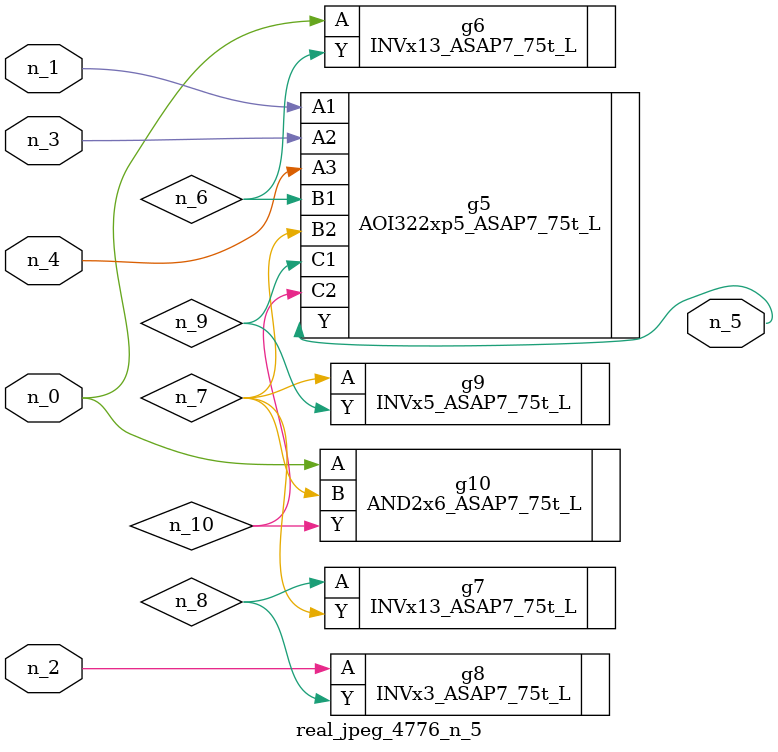
<source format=v>
module real_jpeg_4776_n_5 (n_4, n_0, n_1, n_2, n_3, n_5);

input n_4;
input n_0;
input n_1;
input n_2;
input n_3;

output n_5;

wire n_8;
wire n_6;
wire n_7;
wire n_10;
wire n_9;

INVx13_ASAP7_75t_L g6 ( 
.A(n_0),
.Y(n_6)
);

AND2x6_ASAP7_75t_L g10 ( 
.A(n_0),
.B(n_7),
.Y(n_10)
);

AOI322xp5_ASAP7_75t_L g5 ( 
.A1(n_1),
.A2(n_3),
.A3(n_4),
.B1(n_6),
.B2(n_7),
.C1(n_9),
.C2(n_10),
.Y(n_5)
);

INVx3_ASAP7_75t_L g8 ( 
.A(n_2),
.Y(n_8)
);

INVx5_ASAP7_75t_L g9 ( 
.A(n_7),
.Y(n_9)
);

INVx13_ASAP7_75t_L g7 ( 
.A(n_8),
.Y(n_7)
);


endmodule
</source>
